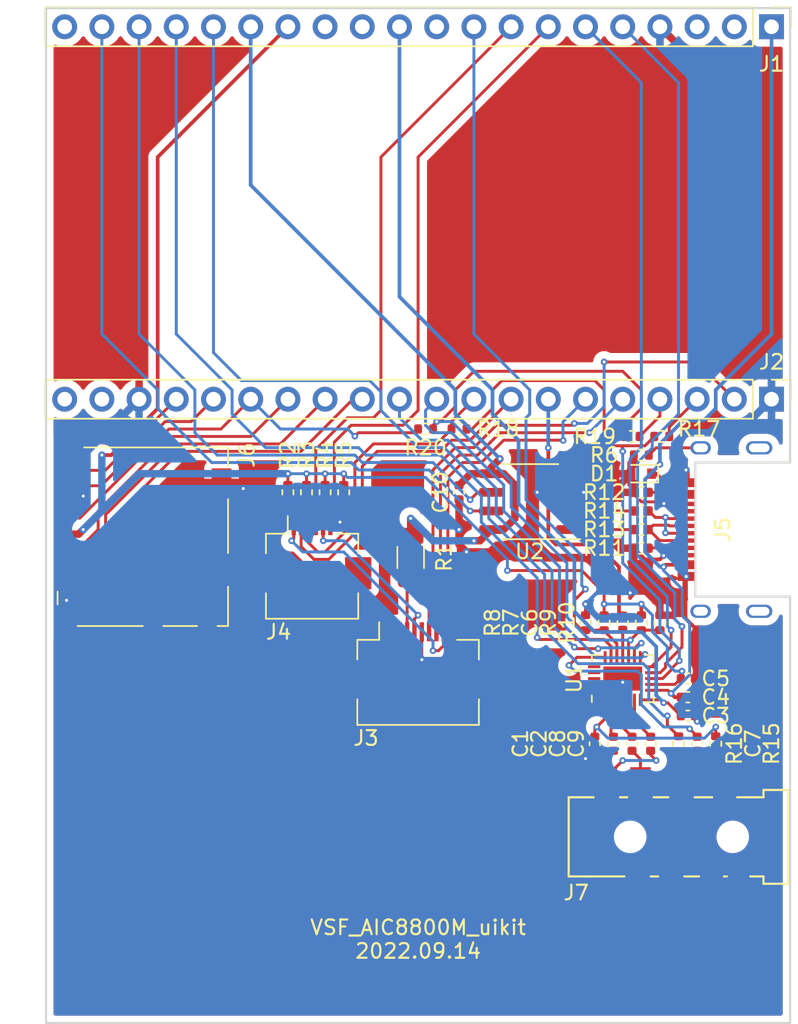
<source format=kicad_pcb>
(kicad_pcb (version 20211014) (generator pcbnew)
  (layers (0 "F.Cu" signal) (31 "B.Cu" signal) (34 "B.Paste" user) (35 "F.Paste" user) (36 "B.SilkS" user "B.Silkscreen") (37 "F.SilkS" user "F.Silkscreen") (38 "B.Mask" user) (39 "F.Mask" user) (44 "Edge.Cuts" user))
  (net 0 "")
  (net 1 "GND")
  (net 2 "/MIC_BIAS")
  (net 3 "Net-(C2-Pad2)")
  (net 4 "/V13")
  (net 5 "/I2S_DIN")
  (net 6 "/USB_5V")
  (net 7 "/I2S_BCK")
  (net 8 "/VCC")
  (net 9 "Net-(C6-Pad1)")
  (net 10 "/A5")
  (net 11 "/MIC1_P")
  (net 12 "Net-(C7-Pad2)")
  (net 13 "/HP_L+")
  (net 14 "Net-(C8-Pad2)")
  (net 15 "/HP_R+")
  (net 16 "Net-(C9-Pad2)")
  (net 17 "/V33")
  (net 18 "/USB_DM")
  (net 19 "/USB_DP")
  (net 20 "/AU_SDA")
  (net 21 "/AU_SCL")
  (net 22 "/B1")
  (net 23 "/B2")
  (net 24 "/AU_SLEEP")
  (net 25 "/PKEY")
  (net 26 "/V18")
  (net 27 "/V09")
  (net 28 "/B4")
  (net 29 "/AU_PWR")
  (net 30 "/B6")
  (net 31 "/B7")
  (net 32 "/VSYS")
  (net 33 "/A0")
  (net 34 "/A1")
  (net 35 "/A2")
  (net 36 "/A3")
  (net 37 "/A4")
  (net 38 "/A6")
  (net 39 "/A7")
  (net 40 "/A8")
  (net 41 "/A9")
  (net 42 "/A10")
  (net 43 "/A11")
  (net 44 "/A12")
  (net 45 "/A13")
  (net 46 "/A14")
  (net 47 "/A15")
  (net 48 "/DL")
  (net 49 "/PRST")
  (net 50 "/BL_A")
  (net 51 "Net-(J5-PadB5)")
  (net 52 "Net-(J5-PadA6)")
  (net 53 "Net-(J5-PadA5)")
  (net 54 "Net-(J5-PadA7)")
  (net 55 "Net-(J5-PadS1)")
  (net 57 "Net-(J7-Pad4)")
  (net 58 "Net-(R13-Pad1)")
  (net 59 "Net-(R14-Pad1)")
  (net 60 "/HP_L-")
  (net 61 "/HP_R-")
  (footprint "Capacitor_SMD:C_0402_1005Metric" (layer "F.Cu") (at 241.935 139.065 90)
    (fp_text reference "C2")
    (fp_text value "1uF" hide)
  )
  (footprint "Capacitor_SMD:C_0402_1005Metric" (layer "F.Cu") (at 242.57 130.81 90)
    (fp_text reference "C6")
    (fp_text value "2pF" hide)
  )
  (footprint "Resistor_SMD:R_0402_1005Metric" (layer "F.Cu") (at 243.84 124.46)
    (fp_text reference "R13")
    (fp_text value "22" hide)
  )
  (footprint "Connector_PinHeader_2.54mm:PinHeader_1x20_P2.54mm_Vertical" (layer "F.Cu") (at 252.73 90.17 -90)
    (fp_text reference "J1")
    (fp_text value "Conn_01x20" hide)
  )
  (footprint "Resistor_SMD:R_0402_1005Metric" (layer "F.Cu") (at 220.98 121.92 -90)
    (fp_text reference "R3")
    (fp_text value "4.7K" hide)
  )
  (footprint "Resistor_SMD:R_0402_1005Metric" (layer "F.Cu") (at 243.84 125.73)
    (fp_text reference "R11")
    (fp_text value "5.1K" hide)
  )
  (footprint "Resistor_SMD:R_0402_1005Metric" (layer "F.Cu") (at 223.52 121.92 -90)
    (fp_text reference "R5")
    (fp_text value "10K" hide)
  )
  (footprint "Resistor_SMD:R_0402_1005Metric" (layer "F.Cu") (at 243.205 118.11)
    (fp_text reference "R19")
    (fp_text value "0" hide)
  )
  (footprint "Capacitor_SMD:C_0402_1005Metric" (layer "F.Cu") (at 244.475 139.065 -90)
    (fp_text reference "C9")
    (fp_text value "2.2uF" hide)
  )
  (footprint "Resistor_SMD:R_1206_3216Metric" (layer "F.Cu") (at 228.092 126.365 90)
    (fp_text reference "R1")
    (fp_text value "NC" hide)
  )
  (footprint "VSF:USB_C_Receptacle_Palconn_UTC16-G_DOWN1.6" (layer "F.Cu") (at 249.4111 124.46 90)
    (fp_text reference "J5")
    (fp_text value "USB_C_Receptacle_USB2.0" hide)
  )
  (footprint "Resistor_SMD:R_0402_1005Metric" (layer "F.Cu") (at 243.84 123.19)
    (fp_text reference "R14")
    (fp_text value "22" hide)
  )
  (footprint "Resistor_SMD:R_0402_1005Metric" (layer "F.Cu") (at 248.92 139.065 90)
    (fp_text reference "R15")
    (fp_text value "2K" hide)
  )
  (footprint "VSF:Hirose_FH12-6S-0.5SH_1x06-1MP_P0.50mm_Horizontal_Reverse" (layer "F.Cu") (at 221.361 126.111)
    (fp_text reference "J4")
    (fp_text value "Conn_01x06" hide)
  )
  (footprint "Resistor_SMD:R_0402_1005Metric" (layer "F.Cu") (at 231.394 117.602 180)
    (fp_text reference "R18")
    (fp_text value "NC" hide)
  )
  (footprint "Resistor_SMD:R_0402_1005Metric" (layer "F.Cu") (at 246.38 139.065 90)
    (fp_text reference "R16")
    (fp_text value "2K" hide)
  )
  (footprint "Package_SO:SOP-8_3.9x4.9mm_P1.27mm" (layer "F.Cu") (at 236.22 122.555 180)
    (fp_text reference "U2")
    (fp_text value "CH340N" hide)
  )
  (footprint "Resistor_SMD:R_0402_1005Metric" (layer "F.Cu") (at 229.108 117.602 180)
    (fp_text reference "R20")
    (fp_text value "NC" hide)
  )
  (footprint "VSF:Hirose_FH12-10S-0.5SH_1x10-1MP_P0.50mm_Horizontal_Reverse" (layer "F.Cu") (at 228.6 133.35)
    (fp_text reference "J3")
    (fp_text value "Conn_01x10" hide)
  )
  (footprint "Capacitor_SMD:C_0402_1005Metric" (layer "F.Cu") (at 243.205 139.065 -90)
    (fp_text reference "C8")
    (fp_text value "2.2uF" hide)
  )
  (footprint "Diode_SMD:D_SOD-523" (layer "F.Cu") (at 243.84 120.65 180)
    (fp_text reference "D1")
    (fp_text value "LESD5Z5.0CT1G" hide)
  )
  (footprint "Resistor_SMD:R_0402_1005Metric" (layer "F.Cu") (at 222.25 121.92 -90)
    (fp_text reference "R4")
    (fp_text value "10K" hide)
  )
  (footprint "Package_DFN_QFN:QFN-24-1EP_3x4mm_P0.4mm_EP1.65x2.65mm" (layer "F.Cu") (at 242.57 134.62 90)
    (fp_text reference "U1")
    (fp_text value "AIC1000A" hide)
  )
  (footprint "Connector_Card:microSD_HC_Molex_104031-0811" (layer "F.Cu") (at 209.804 124.968 90)
    (fp_text reference "J6")
    (fp_text value "Micro_SD_Card_Det" hide)
  )
  (footprint "Resistor_SMD:R_0402_1005Metric" (layer "F.Cu") (at 245.235 118.11)
    (fp_text reference "R17")
    (fp_text value "0" hide)
  )
  (footprint "Capacitor_SMD:C_0402_1005Metric" (layer "F.Cu") (at 247.65 139.065 -90)
    (fp_text reference "C7")
    (fp_text value "0.1uF" hide)
  )
  (footprint "Capacitor_SMD:C_0402_1005Metric" (layer "F.Cu") (at 240.665 139.065 90)
    (fp_text reference "C1")
    (fp_text value "1uF" hide)
  )
  (footprint "Resistor_SMD:R_0402_1005Metric" (layer "F.Cu") (at 245.11 130.81 -90)
    (fp_text reference "R10")
    (fp_text value "30K" hide)
  )
  (footprint "VSF:PJ-393" (layer "F.Cu") (at 252.38 145.415 180)
    (fp_text reference "J7")
    (fp_text value "PJ-393-USA" hide)
  )
  (footprint "Connector_PinHeader_2.54mm:PinHeader_1x20_P2.54mm_Vertical" (layer "F.Cu") (at 252.73 115.57 -90)
    (fp_text reference "J2")
    (fp_text value "Conn_01x20" hide)
  )
  (footprint "Capacitor_SMD:C_0402_1005Metric" (layer "F.Cu") (at 231.394 121.92 -90)
    (fp_text reference "C10")
    (fp_text value "0.1uF" hide)
  )
  (footprint "Resistor_SMD:R_0402_1005Metric" (layer "F.Cu") (at 243.84 130.81 -90)
    (fp_text reference "R9")
    (fp_text value "30K" hide)
  )
  (footprint "Capacitor_SMD:C_0402_1005Metric" (layer "F.Cu") (at 247.015 134.62 180)
    (fp_text reference "C5")
    (fp_text value "0.1uF" hide)
  )
  (footprint "Capacitor_SMD:C_0402_1005Metric" (layer "F.Cu") (at 247.015 135.89 180)
    (fp_text reference "C4")
    (fp_text value "2.2uF" hide)
  )
  (footprint "Resistor_SMD:R_0402_1005Metric" (layer "F.Cu") (at 240.03 130.81 -90)
    (fp_text reference "R8")
    (fp_text value "30K" hide)
  )
  (footprint "Capacitor_SMD:C_0402_1005Metric" (layer "F.Cu") (at 247.015 137.16 180)
    (fp_text reference "C3")
    (fp_text value "0.1uF" hide)
  )
  (footprint "Resistor_SMD:R_0402_1005Metric" (layer "F.Cu") (at 219.71 121.92 -90)
    (fp_text reference "R2")
    (fp_text value "4.7K" hide)
  )
  (footprint "Resistor_SMD:R_0402_1005Metric" (layer "F.Cu") (at 243.84 119.38)
    (fp_text reference "R6")
    (fp_text value "0" hide)
  )
  (footprint "Resistor_SMD:R_0402_1005Metric" (layer "F.Cu") (at 243.84 121.92)
    (fp_text reference "R12")
    (fp_text value "5.1K" hide)
  )
  (footprint "Resistor_SMD:R_0402_1005Metric" (layer "F.Cu") (at 241.3 130.81 -90)
    (fp_text reference "R7")
    (fp_text value "30K" hide)
  )
  (gr_line (start 254 119.888) (end 247.523 119.888) (layer "Edge.Cuts") (width 0.15))
  (gr_line (start 254 88.9) (end 203.2 88.9) (layer "Edge.Cuts") (width 0.15))
  (gr_line (start 203.2 88.9) (end 203.2 158.115) (layer "Edge.Cuts") (width 0.15))
  (gr_line (start 203.2 158.115) (end 254 158.115) (layer "Edge.Cuts") (width 0.15))
  (gr_line (start 254 129.032) (end 254 158.115) (layer "Edge.Cuts") (width 0.15))
  (gr_line (start 247.523 129.032) (end 254 129.032) (layer "Edge.Cuts") (width 0.15))
  (gr_line (start 247.523 119.888) (end 247.523 129.032) (layer "Edge.Cuts") (width 0.15))
  (gr_line (start 254 88.9) (end 254 119.888) (layer "Edge.Cuts") (width 0.15))
  (gr_text "VSF_AIC8800M_uikit\n2022.09.14" (at 228.6 152.4) (layer "F.SilkS") (effects (font (size 1 1))))
  (segment (start 243.855 122.57) (end 245.26956 122.57) (width 0.2) (layer "F.Cu") (net 1))
  (segment (start 245.11 129.794) (end 244.094 128.778) (width 0.254) (layer "F.Cu") (net 1))
  (segment (start 205.907 119.213) (end 204.704 119.213) (width 0.508) (layer "F.Cu") (net 1))
  (segment (start 252.73 150.114) (end 252.73 140.208) (width 0.254) (layer "F.Cu") (net 1))
  (segment (start 216.234 121.238) (end 216.662 121.666) (width 0.508) (layer "F.Cu") (net 1))
  (segment (start 246.888 121.2469) (end 246.9011 121.26) (width 0.508) (layer "F.Cu") (net 1))
  (segment (start 228.854 133.33244) (end 230.12156 133.33244) (width 0.2) (layer "F.Cu") (net 1))
  (segment (start 248.68 148.915) (end 248.68 150.89) (width 0.254) (layer "F.Cu") (net 1))
  (segment (start 245.90956 123.21) (end 245.38156 122.682) (width 0.254) (layer "F.Cu") (net 1))
  (segment (start 228.07444 133.33244) (end 227.35 132.608) (width 0.2) (layer "F.Cu") (net 1))
  (segment (start 231.394 122.4) (end 231.394 124.46) (width 0.508) (layer "F.Cu") (net 1))
  (segment (start 252.73 115.57) (end 252.73 97.79) (width 0.508) (layer "F.Cu") (net 1))
  (segment (start 236.728 121.92) (end 236.22 122.428) (width 0.508) (layer "F.Cu") (net 1))
  (segment (start 246.888 120.396) (end 246.888 121.2469) (width 0.508) (layer "F.Cu") (net 1))
  (segment (start 231.394 124.46) (end 231.394 125.476) (width 0.508) (layer "F.Cu") (net 1))
  (segment (start 240.129 140.081) (end 240.665 139.545) (width 0.2) (layer "F.Cu") (net 1))
  (segment (start 243.33 120.84) (end 243.14 120.65) (width 0.2) (layer "F.Cu") (net 1))
  (segment (start 245.26956 122.57) (end 245.38156 122.682) (width 0.2) (layer "F.Cu") (net 1))
  (segment (start 222.85 123.952) (end 223.266 123.952) (width 0.254) (layer "F.Cu") (net 1))
  (segment (start 230.12156 133.33244) (end 230.85 132.604) (width 0.2) (layer "F.Cu") (net 1))
  (segment (start 246.9011 127.66) (end 246.8591 127.702) (width 0.254) (layer "F.Cu") (net 1))
  (segment (start 238.845 121.92) (end 239.903 121.92) (width 0.508) (layer "F.Cu") (net 1))
  (segment (start 228.854 133.33244) (end 228.07444 133.33244) (width 0.2) (layer "F.Cu") (net 1))
  (segment (start 245.11 126.492) (end 245.364 126.238) (width 0.254) (layer "F.Cu") (net 1))
  (segment (start 245.392 126.21) (end 245.364 126.238) (width 0.254) (layer "F.Cu") (net 1))
  (segment (start 249.682 137.16) (end 247.495 137.16) (width 0.254) (layer "F.Cu") (net 1))
  (segment (start 215.179 121.238) (end 216.234 121.238) (width 0.508) (layer "F.Cu") (net 1))
  (segment (start 215.179 127.208) (end 207.804 127.208) (width 0.508) (layer "F.Cu") (net 1))
  (segment (start 252.73 140.208) (end 249.682 137.16) (width 0.254) (layer "F.Cu") (net 1))
  (segment (start 240.03 140.081) (end 240.129 140.081) (width 0.2) (layer "F.Cu") (net 1))
  (segment (start 242.57 134.62) (end 242.57 134.874) (width 0.2) (layer "F.Cu") (net 1))
  (segment (start 243.33 121.92) (end 243.33 122.045) (width 0.2) (layer "F.Cu") (net 1))
  (segment (start 247.495 137.16) (end 247.495 135.89) (width 0.254) (layer "F.Cu") (net 1))
  (segment (start 245.11 130.3) (end 245.11 129.794) (width 0.254) (layer "F.Cu") (net 1))
  (segment (start 249.428 151.638) (end 251.206 151.638) (width 0.254) (layer "F.Cu") (net 1))
  (segment (start 207.804 127.208) (end 204.479 130.533) (width 0.508) (layer "F.Cu") (net 1))
  (segment (start 244.094 126.492) (end 245.11 126.492) (width 0.254) (layer "F.Cu") (net 1))
  (segment (start 243.33 125.73) (end 243.332 125.73) (width 0.254) (layer "F.Cu") (net 1))
  (segment (start 247.495 131.163) (end 247.495 134.62) (width 0.254) (layer "F.Cu") (net 1))
  (segment (start 234.95 125.984) (end 231.902 125.984) (width 0.508) (layer "F.Cu") (net 1))
  (segment (start 243.33 122.045) (end 243.855 122.57) (width 0.2) (layer "F.Cu") (net 1))
  (segment (start 246.8591 130.5271) (end 247.495 131.163) (width 0.254) (layer "F.Cu") (net 1))
  (segment (start 243.33 120.46) (end 243.14 120.65) (width 0.2) (layer "F.Cu") (net 1))
  (segment (start 241.87 121.92) (end 239.903 121.92) (width 0.508) (layer "F.Cu") (net 1))
  (segment (start 228.85 133.32844) (end 228.85 131.43) (width 0.2) (layer "F.Cu") (net 1))
  (segment (start 215.179 127.208) (end 215.179 121.238) (width 0.508) (layer "F.Cu") (net 1))
  (segment (start 246.9011 126.21) (end 245.392 126.21) (width 0.254) (layer "F.Cu") (net 1))
  (segment (start 240.03 130.3) (end 240.03 129.54) (width 0.2) (layer "F.Cu") (net 1))
  (segment (start 246.9011 123.21) (end 245.90956 123.21) (width 0.254) (layer "F.Cu") (net 1))
  (segment (start 246.632 130.3) (end 245.11 130.3) (width 0.254) (layer "F.Cu") (net 1))
  (segment (start 241.87 121.92) (end 243.14 120.65) (width 0.508) (layer "F.Cu") (net 1))
  (segment (start 243.332 125.73) (end 244.094 126.492) (width 0.254) (layer "F.Cu") (net 1))
  (segment (start 230.85 132.604) (end 230.85 131.43) (width 0.2) (layer "F.Cu") (net 1))
  (segment (start 236.22 122.428) (end 236.22 124.714) (width 0.508) (layer "F.Cu") (net 1))
  (segment (start 240.665 139.545) (end 241.935 139.545) (width 0.2) (layer "F.Cu") (net 1))
  (segment (start 205.341 122.573) (end 205.74 122.174) (width 0.508) (layer "F.Cu") (net 1))
  (segment (start 204.354 122.573) (end 205.341 122.573) (width 0.508) (layer "F.Cu") (net 1))
  (segment (start 246.8591 127.702) (end 246.8591 130.5271) (width 0.254) (layer "F.Cu") (net 1))
  (segment (start 247.495 137.386) (end 247.65 137.541) (width 0.254) (layer "F.Cu") (net 1))
  (segment (start 251.206 151.638) (end 252.73 150.114) (width 0.254) (layer "F.Cu") (net 1))
  (segment (start 227.35 132.608) (end 227.35 131.43) (width 0.2) (layer "F.Cu") (net 1))
  (segment (start 204.479 130.533) (end 204.479 129.404) (width 0.508) (layer "F.Cu") (net 1))
  (segment (start 244.094 128.778) (end 243.078 128.778) (width 0.254) (layer "F.Cu") (net 1))
  (segment (start 209.55 115.57) (end 205.907 119.213) (width 0.508) (layer "F.Cu") (net 1))
  (segment (start 222.611 124.191) (end 222.85 123.952) (width 0.254) (layer "F.Cu") (net 1))
  (segment (start 236.22 124.714) (end 234.95 125.984) (width 0.508) (layer "F.Cu") (net 1))
  (segment (start 243.33 121.92) (end 243.33 120.84) (width 0.2) (layer "F.Cu") (net 1))
  (segment (start 204.479 129.404) (end 204.597 129.286) (width 0.508) (layer "F.Cu") (net 1))
  (segment (start 246.8591 130.5271) (end 246.632 130.3) (width 0.254) (layer "F.Cu") (net 1))
  (segment (start 228.854 133.33244) (end 228.85 133.32844) (width 0.2) (layer "F.Cu") (net 1))
  (segment (start 247.495 134.62) (end 247.495 135.89) (width 0.254) (layer "F.Cu") (net 1))
  (segment (start 248.68 150.89) (end 249.428 151.638) (width 0.254) (layer "F.Cu") (net 1))
  (segment (start 252.73 97.79) (end 245.11 90.17) (width 0.508) (layer "F.Cu") (net 1))
  (segment (start 243.33 119.38) (end 243.33 120.46) (width 0.2) (layer "F.Cu") (net 1))
  (segment (start 247.495 137.16) (end 247.495 137.386) (width 0.254) (layer "F.Cu") (net 1))
  (segment (start 231.394 125.476) (end 231.902 125.984) (width 0.508) (layer "F.Cu") (net 1))
  (via (at 246.9011 127.66) (size 0.45212) (drill 0.2032) (layers "F.Cu" "B.Cu") (net 1))
  (via (at 228.854 133.33244) (size 0.45212) (drill 0.2032) (layers "F.Cu" "B.Cu") (net 1))
  (via (at 243.078 128.778) (size 0.45212) (drill 0.2032) (layers "F.Cu" "B.Cu") (net 1))
  (via (at 205.74 122.174) (size 0.45212) (drill 0.2032) (layers "F.Cu" "B.Cu") (net 1))
  (via (at 239.903 121.92) (size 0.45212) (drill 0.2032) (layers "F.Cu" "B.Cu") (net 1))
  (via (at 231.394 124.46) (size 0.45212) (drill 0.2032) (layers "F.Cu" "B.Cu") (net 1))
  (via (at 216.662 121.666) (size 0.45212) (drill 0.2032) (layers "F.Cu" "B.Cu") (net 1))
  (via (at 240.03 140.081) (size 0.45212) (drill 0.2032) (layers "F.Cu" "B.Cu") (net 1))
  (via (at 245.364 126.238) (size 0.45212) (drill 0.2032) (layers "F.Cu" "B.Cu") (net 1))
  (via (at 204.597 129.286) (size 0.45212) (drill 0.2032) (layers "F.Cu" "B.Cu") (net 1))
  (via (at 242.57 134.874) (size 0.45212) (drill 0.2032) (layers "F.Cu" "B.Cu") (net 1))
  (via (at 223.266 123.952) (size 0.45212) (drill 0.2032) (layers "F.Cu" "B.Cu") (net 1))
  (via (at 247.65 137.541) (size 0.45212) (drill 0.2032) (layers "F.Cu" "B.Cu") (net 1))
  (via (at 231.902 125.984) (size 0.45212) (drill 0.2032) (layers "F.Cu" "B.Cu") (net 1))
  (via (at 245.38156 122.682) (size 0.45212) (drill 0.2032) (layers "F.Cu" "B.Cu") (net 1))
  (via (at 246.888 120.396) (size 0.45212) (drill 0.2032) (layers "F.Cu" "B.Cu") (net 1))
  (via (at 236.728 121.92) (size 0.45212) (drill 0.2032) (layers "F.Cu" "B.Cu") (net 1))
  (via (at 240.03 129.54) (size 0.45212) (drill 0.2032) (layers "F.Cu" "B.Cu") (net 1))
  (segment (start 245.364 126.238) (end 245.618 126.238) (width 0.254) (layer "B.Cu") (net 1))
  (segment (start 228.91662 133.39506) (end 228.854 133.33244) (width 0.508) (layer "B.Cu") (net 1))
  (segment (start 231.394 124.46) (end 229.616 122.682) (width 0.508) (layer "B.Cu") (net 1))
  (segment (start 251.46 138.176) (end 251.46 140.208) (width 0.2) (layer "B.Cu") (net 1))
  (segment (start 246.126 119.634) (end 246.888 120.396) (width 0.508) (layer "B.Cu") (net 1))
  (segment (start 246.9011 127.5211) (end 246.9011 127.66) (width 0.254) (layer "B.Cu") (net 1))
  (segment (start 241.173 141.224) (end 240.03 140.081) (width 0.2) (layer "B.Cu") (net 1))
  (segment (start 239.522 136.144) (end 239.522 139.573) (width 0.2) (layer "B.Cu") (net 1))
  (segment (start 245.618 126.238) (end 246.9011 127.5211) (width 0.254) (layer "B.Cu") (net 1))
  (segment (start 231.902 132.334) (end 230.84094 133.39506) (width 0.508) (layer "B.Cu") (net 1))
  (segment (start 240.792 128.778) (end 240.03 129.54) (width 0.254) (layer "B.Cu") (net 1))
  (segment (start 243.078 128.778) (end 240.792 128.778) (width 0.254) (layer "B.Cu") (net 1))
  (segment (start 245.38156 121.90244) (end 246.888 120.396) (width 0.254) (layer "B.Cu") (net 1))
  (segment (start 250.444 117.856) (end 246.888 117.856) (width 0.508) (layer "B.Cu") (net 1))
  (segment (start 224.536 122.682) (end 223.266 123.952) (width 0.508) (layer "B.Cu") (net 1))
  (segment (start 250.19 136.906) (end 251.46 138.176) (width 0.2) (layer "B.Cu") (net 1))
  (segment (start 245.38156 122.682) (end 246.89678 124.19722) (width 0.254) (layer "B.Cu") (net 1))
  (segment (start 229.616 122.682) (end 224.536 122.682) (width 0.508) (layer "B.Cu") (net 1))
  (segment (start 239.522 139.573) (end 240.03 140.081) (width 0.2) (layer "B.Cu") (net 1))
  (segment (start 204.597 129.286) (end 204.597 123.317) (width 0.508) (layer "B.Cu") (net 1))
  (segment (start 236.728 121.92) (end 239.903 121.92) (width 0.508) (layer "B.Cu") (net 1))
  (segment (start 205.74 122.174) (end 205.74 119.38) (width 0.508) (layer "B.Cu") (net 1))
  (segment (start 216.662 121.666) (end 218.948 123.952) (width 0.508) (layer "B.Cu") (net 1))
  (segment (start 251.46 140.208) (end 250.444 141.224) (width 0.2) (layer "B.Cu") (net 1))
  (segment (start 242.57 134.874) (end 240.792 134.874) (width 0.2) (layer "B.Cu") (net 1))
  (segment (start 231.902 125.984) (end 231.902 132.334) (width 0.508) (layer "B.Cu") (net 1))
  (segment (start 230.84094 133.39506) (end 228.91662 133.39506) (width 0.508) (layer "B.Cu") (net 1))
  (segment (start 204.597 123.317) (end 205.74 122.174) (width 0.508) (layer "B.Cu") (net 1))
  (segment (start 248.285 136.906) (end 250.19 136.906) (width 0.2) (layer "B.Cu") (net 1))
  (segment (start 246.89678 124.42502) (end 246.89678 124.19722) (width 0.254) (layer "B.Cu") (net 1))
  (segment (start 246.9011 127.66) (end 246.9011 124.42934) (width 0.254) (layer "B.Cu") (net 1))
  (segment (start 240.792 134.874) (end 239.522 136.144) (width 0.2) (layer "B.Cu") (net 1))
  (segment (start 205.74 119.38) (end 209.55 115.57) (width 0.508) (layer "B.Cu") (net 1))
  (segment (start 218.948 123.952) (end 223.266 123.952) (width 0.508) (layer "B.Cu") (net 1))
  (segment (start 246.888 117.856) (end 246.126 118.618) (width 0.508) (layer "B.Cu") (net 1))
  (segment (start 246.126 118.618) (end 246.126 119.634) (width 0.508) (layer "B.Cu") (net 1))
  (segment (start 245.38156 122.682) (end 245.38156 121.90244) (width 0.254) (layer "B.Cu") (net 1))
  (segment (start 252.73 115.57) (end 250.444 117.856) (width 0.508) (layer "B.Cu") (net 1))
  (segment (start 246.9011 124.42934) (end 246.89678 124.42502) (width 0.254) (layer "B.Cu") (net 1))
  (segment (start 247.65 137.541) (end 248.285 136.906) (width 0.2) (layer "B.Cu") (net 1))
  (segment (start 250.444 141.224) (end 241.173 141.224) (width 0.2) (layer "B.Cu") (net 1))
  (segment (start 240.665 138.585) (end 240.665 138.049) (width 0.2) (layer "F.Cu") (net 2))
  (segment (start 241.37 137.344) (end 240.792 137.922) (width 0.2) (layer "F.Cu") (net 2))
  (segment (start 248.92 137.922) (end 248.92 138.555) (width 0.2) (layer "F.Cu") (net 2))
  (segment (start 240.665 138.049) (end 240.792 137.922) (width 0.2) (layer "F.Cu") (net 2))
  (segment (start 241.37 136.07) (end 241.37 137.344) (width 0.2) (layer "F.Cu") (net 2))
  (via (at 240.792 137.922) (size 0.45212) (drill 0.2032) (layers "F.Cu" "B.Cu") (net 2))
  (via (at 248.92 137.922) (size 0.45212) (drill 0.2032) (layers "F.Cu" "B.Cu") (net 2))
  (segment (start 241.046 138.176) (end 241.554 138.684) (width 0.2) (layer "B.Cu") (net 2))
  (segment (start 248.158 138.684) (end 248.92 137.922) (width 0.2) (layer "B.Cu") (net 2))
  (segment (start 240.792 137.922) (end 241.046 138.176) (width 0.2) (layer "B.Cu") (net 2))
  (segment (start 241.554 138.684) (end 248.158 138.684) (width 0.2) (layer "B.Cu") (net 2))
  (segment (start 241.77 138.42) (end 241.935 138.585) (width 0.2) (layer "F.Cu") (net 3))
  (segment (start 241.77 136.07) (end 241.77 138.42) (width 0.2) (layer "F.Cu") (net 3))
  (segment (start 245.646 136.271) (end 246.535 137.16) (width 0.2) (layer "F.Cu") (net 4))
  (segment (start 245.364 136.271) (end 245.646 136.271) (width 0.2) (layer "F.Cu") (net 4))
  (segment (start 243.77 136.07) (end 245.163 136.07) (width 0.2) (layer "F.Cu") (net 4))
  (segment (start 245.163 136.07) (end 245.364 136.271) (width 0.2) (layer "F.Cu") (net 4))
  (via (at 245.364 136.271) (size 0.45212) (drill 0.2032) (layers "F.Cu" "B.Cu") (net 4))
  (segment (start 240.665 131.445) (end 243.860145 131.445) (width 0.254) (layer "B.Cu") (net 4))
  (segment (start 239.268 130.048) (end 240.665 131.445) (width 0.254) (layer "B.Cu") (net 4))
  (segment (start 239.268 126.492) (end 239.268 130.048) (width 0.254) (layer "B.Cu") (net 4))
  (segment (start 235.458 122.682) (end 239.268 126.492) (width 0.254) (layer "B.Cu") (net 4))
  (segment (start 233.68 114.935) (end 233.68 116.586) (width 0.254) (layer "B.Cu") (net 4))
  (segment (start 235.458 118.364) (end 235.458 122.682) (width 0.254) (layer "B.Cu") (net 4))
  (segment (start 227.33 90.17) (end 227.33 108.585) (width 0.254) (layer "B.Cu") (net 4))
  (segment (start 244.856 132.440855) (end 244.856 135.763) (width 0.254) (layer "B.Cu") (net 4))
  (segment (start 233.68 116.586) (end 235.458 118.364) (width 0.254) (layer "B.Cu") (net 4))
  (segment (start 243.860145 131.445) (end 244.856 132.440855) (width 0.254) (layer "B.Cu") (net 4))
  (segment (start 244.856 135.763) (end 245.364 136.271) (width 0.254) (layer "B.Cu") (net 4))
  (segment (start 227.33 108.585) (end 233.68 114.935) (width 0.254) (layer "B.Cu") (net 4))
  (segment (start 230.124 117.094) (end 229.87 117.094) (width 0.2) (layer "F.Cu") (net 5))
  (segment (start 229.618 117.602) (end 229.618 117.346) (width 0.2) (layer "F.Cu") (net 5))
  (segment (start 231.14 114.935) (end 231.14 116.08) (width 0.2) (layer "F.Cu") (net 5))
  (segment (start 232.41 113.665) (end 231.14 114.935) (width 0.2) (layer "F.Cu") (net 5))
  (segment (start 231.14 116.08) (end 231.138 116.08) (width 0.2) (layer "F.Cu") (net 5))
  (segment (start 243.77312 131.32) (end 243.09556 131.99756) (width 0.2) (layer "F.Cu") (net 5))
  (segment (start 242.695 118.11) (end 242.695 117.35) (width 0.2) (layer "F.Cu") (net 5))
  (segment (start 242.695 117.35) (end 243.84 116.205) (width 0.2) (layer "F.Cu") (net 5))
  (segment (start 243.84 116.205) (end 243.84 114.935) (width 0.2) (layer "F.Cu") (net 5))
  (segment (start 245.11 131.32) (end 243.84 131.32) (width 0.2) (layer "F.Cu") (net 5))
  (segment (start 242.97 132.12312) (end 243.09556 131.99756) (width 0.2) (layer "F.Cu") (net 5))
  (segment (start 242.97 132.19) (end 242.97 132.12312) (width 0.2) (layer "F.Cu") (net 5))
  (segment (start 242.97 133.17) (end 242.97 132.19) (width 0.2) (layer "F.Cu") (net 5))
  (segment (start 243.84 114.935) (end 242.57 113.665) (width 0.2) (layer "F.Cu") (net 5))
  (segment (start 229.618 117.346) (end 229.87 117.094) (width 0.2) (layer "F.Cu") (net 5))
  (segment (start 243.84 131.32) (end 243.77312 131.32) (width 0.2) (layer "F.Cu") (net 5))
  (segment (start 231.138 116.08) (end 230.124 117.094) (width 0.2) (layer "F.Cu") (net 5))
  (segment (start 242.57 113.665) (end 232.41 113.665) (width 0.2) (layer "F.Cu") (net 5))
  (via (at 229.87 117.094) (size 0.45212) (drill 0.2032) (layers "F.Cu" "B.Cu") (net 5))
  (via (at 243.09556 131.99756) (size 0.45212) (drill 0.2032) (layers "F.Cu" "B.Cu") (net 5))
  (segment (start 243.09556 131.99756) (end 240.32856 131.99756) (width 0.2) (layer "B.Cu") (net 5))
  (segment (start 230.886 117.094) (end 229.87 117.094) (width 0.2) (layer "B.Cu") (net 5))
  (segment (start 238.76 130.429) (end 238.76 126.746) (width 0.2) (layer "B.Cu") (net 5))
  (segment (start 234.95 122.936) (end 234.95 121.158) (width 0.2) (layer "B.Cu") (net 5))
  (segment (start 238.76 126.746) (end 234.95 122.936) (width 0.2) (layer "B.Cu") (net 5))
  (segment (start 240.32856 131.99756) (end 238.76 130.429) (width 0.2) (layer "B.Cu") (net 5))
  (segment (start 234.95 121.158) (end 230.886 117.094) (width 0.2) (layer "B.Cu") (net 5))
  (segment (start 246.126 135.89) (end 245.872 135.636) (width 0.254) (layer "F.Cu") (net 6))
  (segment (start 246.535 135.89) (end 246.126 135.89) (width 0.254) (layer "F.Cu") (net 6))
  (segment (start 246.9011 122.06) (end 246.266 122.06) (width 0.254) (layer "F.Cu") (net 6))
  (segment (start 244.54 120.65) (end 244.54 120.585) (width 0.254) (layer "F.Cu") (net 6))
  (segment (start 245.364 127) (end 245.504 126.86) (width 0.254) (layer "F.Cu") (net 6))
  (segment (start 245.656 135.42) (end 245.872 135.636) (width 0.2) (layer "F.Cu") (net 6))
  (segment (start 244.52 135.42) (end 245.656 135.42) (width 0.2) (layer "F.Cu") (net 6))
  (segment (start 246.266 122.06) (end 244.856 120.65) (width 0.254) (layer "F.Cu") (net 6))
  (segment (start 245.504 126.86) (end 246.9011 126.86) (width 0.254) (layer "F.Cu") (net 6))
  (segment (start 244.54 120.585) (end 245.11 120.015) (width 0.254) (layer "F.Cu") (net 6))
  (segment (start 244.856 120.65) (end 244.54 120.65) (width 0.254) (layer "F.Cu") (net 6))
  (via (at 245.872 135.636) (size 0.45212) (drill 0.2032) (layers "F.Cu" "B.Cu") (net 6))
  (via (at 245.11 120.015) (size 0.45212) (drill 0.2032) (layers "F.Cu" "B.Cu") (net 6))
  (via (at 245.364 127) (size 0.45212) (drill 0.2032) (layers "F.Cu" "B.Cu") (net 6))
  (segment (start 247.142 134.366) (end 245.872 135.636) (width 0.2) (layer "B.Cu") (net 6))
  (segment (start 244.094 121.031) (end 244.094 125.984) (width 0.254) (layer "B.Cu") (net 6))
  (segment (start 247.142 130.83278) (end 247.142 134.366) (width 0.2) (layer "B.Cu") (net 6))
  (segment (start 246.634 130.32478) (end 247.142 130.83278) (width 0.2) (layer "B.Cu") (net 6))
  (segment (start 246.6975 117.0305) (end 248.0945 117.0305) (width 0.254) (layer "B.Cu") (net 6))
  (segment (start 252.73 90.17) (end 252.73 111.125) (width 0.254) (layer "B.Cu") (net 6))
  (segment (start 245.11 120.015) (end 244.094 121.031) (width 0.254) (layer "B.Cu") (net 6))
  (segment (start 245.364 127.254) (end 246.634 128.524) (width 0.2) (layer "B.Cu") (net 6))
  (segment (start 245.11 127) (end 245.364 127) (width 0.254) (layer "B.Cu") (net 6))
  (segment (start 248.921449 114.933551) (end 248.921449 116.203551) (width 0.254) (layer "B.Cu") (net 6))
  (segment (start 246.634 128.524) (end 246.634 130.32478) (width 0.2) (layer "B.Cu") (net 6))
  (segment (start 245.364 127) (end 245.364 127.254) (width 0.2) (layer "B.Cu") (net 6))
  (segment (start 244.094 125.984) (end 245.11 127) (width 0.254) (layer "B.Cu") (net 6))
  (segment (start 245.11 120.015) (end 245.11 118.618) (width 0.254) (layer "B.Cu") (net 6))
  (segment (start 252.73 111.125) (end 248.921449 114.933551) (width 0.254) (layer "B.Cu") (net 6))
  (segment (start 245.11 118.618) (end 246.6975 117.0305) (width 0.254) (layer "B.Cu") (net 6))
  (segment (start 248.921449 116.203551) (end 248.0945 117.0305) (width 0.254) (layer "B.Cu") (net 6))
  (segment (start 244.09 118.745) (end 244.725 118.11) (width 0.2) (layer "F.Cu") (net 7))
  (segment (start 241.3 118.11) (end 241.935 118.745) (width 0.2) (layer "F.Cu") (net 7))
  (segment (start 232.283 117.602) (end 233.68 116.205) (width 0.2) (layer "F.Cu") (net 7))
  (segment (start 246.434128 133.404128) (end 245.891 133.947256) (width 0.2) (layer "F.Cu") (net 7))
  (segment (start 233.68 116.205) (end 233.68 114.935) (width 0.2) (layer "F.Cu") (net 7))
  (segment (start 234.315 114.3) (end 240.665 114.3) (width 0.2) (layer "F.Cu") (net 7))
  (segment (start 241.3 114.935) (end 241.3 118.11) (width 0.2) (layer "F.Cu") (net 7))
  (segment (start 245.891 134.023686) (end 245.294686 134.62) (width 0.2) (layer "F.Cu") (net 7))
  (segment (start 231.904 117.602) (end 232.283 117.602) (width 0.2) (layer "F.Cu") (net 7))
  (segment (start 242.57 118.872) (end 242.57 119.126) (width 0.2) (layer "F.Cu") (net 7))
  (segment (start 242.443 118.745) (end 244.09 118.745) (width 0.2) (layer "F.Cu") (net 7))
  (segment (start 245.891 133.947256) (end 245.891 134.023686) (width 0.2) (layer "F.Cu") (net 7))
  (segment (start 233.68 114.935) (end 234.315 114.3) (width 0.2) (layer "F.Cu") (net 7))
  (segment (start 242.443 118.745) (end 242.57 118.872) (width 0.2) (layer "F.Cu") (net 7))
  (segment (start 241.935 118.745) (end 242.443 118.745) (width 0.2) (layer "F.Cu") (net 7))
  (segment (start 240.665 114.3) (end 241.3 114.935) (width 0.2) (layer "F.Cu") (net 7))
  (segment (start 245.294686 134.62) (end 244.52 134.62) (width 0.2) (layer "F.Cu") (net 7))
  (via (at 242.57 119.126) (size 0.45212) (drill 0.2032) (layers "F.Cu" "B.Cu") (net 7))
  (via (at 246.434128 133.404128) (size 0.45212) (drill 0.2032) (layers "F.Cu" "B.Cu") (net 7))
  (segment (start 246.434128 132.642128) (end 246.434128 133.404128) (width 0.2) (layer "B.Cu") (net 7))
  (segment (start 245.11 129.286) (end 245.11 131.318) (width 0.2) (layer "B.Cu") (net 7))
  (segment (start 242.57 119.126) (end 242.57 126.746) (width 0.2) (layer "B.Cu") (net 7))
  (segment (start 242.57 126.746) (end 245.11 129.286) (width 0.2) (layer "B.Cu") (net 7))
  (segment (start 245.11 131.318) (end 246.434128 132.642128) (width 0.2) (layer "B.Cu") (net 7))
  (segment (start 234.696 127.254) (end 239.776 127.254) (width 0.2) (layer "F.Cu") (net 8))
  (segment (start 220.98 121.41) (end 220.98 120.65) (width 0.2) (layer "F.Cu") (net 8))
  (segment (start 246.535 134.194479) (end 246.61602 134.113459) (width 0.2) (layer "F.Cu") (net 8))
  (segment (start 222.25 121.41) (end 222.25 120.65) (width 0.2) (layer "F.Cu") (net 8))
  (segment (start 243.84 129.54) (end 243.84 130.3) (width 0.254) (layer "F.Cu") (net 8))
  (segment (start 230.35 131.43) (end 230.35 132.362) (width 0.2) (layer "F.Cu") (net 8))
  (segment (start 218.948 122.172) (end 219.71 121.41) (width 0.2) (layer "F.Cu") (net 8))
  (segment (start 220.111 124.191) (end 220.111 125.075) (width 0.2) (layer "F.Cu") (net 8))
  (segment (start 205.427 124.773) (end 205.74 124.46) (width 0.508) (layer "F.Cu") (net 8))
  (segment (start 229.997 132.715) (end 229.616 132.715) (width 0.2) (layer "F.Cu") (net 8))
  (segment (start 223.52 121.41) (end 223.52 120.65) (width 0.2) (layer "F.Cu") (net 8))
  (segment (start 244.52 135.02) (end 246.135 135.02) (width 0.2) (layer "F.Cu") (net 8))
  (segment (start 218.948 122.936) (end 218.948 122.172) (width 0.2) (layer "F.Cu") (net 8))
  (segment (start 241.3 128.778) (end 241.3 129.54) (width 0.2) (layer "F.Cu") (net 8))
  (segment (start 246.535 134.62) (end 246.535 134.194479) (width 0.2) (layer "F.Cu") (net 8))
  (segment (start 210.82 99.06) (end 210.82 116.205) (width 0.254) (layer "F.Cu") (net 8))
  (segment (start 219.71 121.41) (end 219.71 120.65) (width 0.2) (layer "F.Cu") (net 8))
  (segment (start 207.645 119.38) (end 207.01 119.38) (width 0.254) (layer "F.Cu") (net 8))
  (segment (start 204.354 124.773) (end 205.427 124.773) (width 0.508) (layer "F.Cu") (net 8))
  (segment (start 219.71 90.17) (end 210.82 99.06) (width 0.254) (layer "F.Cu") (net 8))
  (segment (start 230.35 132.362) (end 229.997 132.715) (width 0.2) (layer "F.Cu") (net 8))
  (segment (start 220.111 125.075) (end 219.964 125.222) (width 0.2) (layer "F.Cu") (net 8))
  (segment (start 241.3 130.3) (end 241.3 129.54) (width 0.2) (layer "F.Cu") (net 8))
  (segment (start 220.111 124.191) (end 220.111 124.099) (width 0.2) (layer "F.Cu") (net 8))
  (segment (start 239.776 127.254) (end 241.3 128.778) (width 0.2) (layer "F.Cu") (net 8))
  (segment (start 210.82 116.205) (end 207.645 119.38) (width 0.254) (layer "F.Cu") (net 8))
  (segment (start 246.135 135.02) (end 246.535 134.62) (width 0.2) (layer "F.Cu") (net 8))
  (segment (start 220.111 124.099) (end 218.948 122.936) (width 0.2) (layer "F.Cu") (net 8))
  (via (at 219.964 125.222) (size 0.45212) (drill 0.2032) (layers "F.Cu" "B.Cu") (net 8))
  (via (at 241.3 129.54) (size 0.45212) (drill 0.2032) (layers "F.Cu" "B.Cu") (net 8))
  (via (at 243.84 129.54) (size 0.45212) (drill 0.2032) (layers "F.Cu" "B.Cu") (net 8))
  (via (at 205.74 124.46) (size 0.45212) (drill 0.2032) (layers "F.Cu" "B.Cu") (net 8))
  (via (at 246.61602 134.113459) (size 0.45212) (drill 0.2032) (layers "F.Cu" "B.Cu") (net 8))
  (via (at 234.696 127.254) (size 0.45212) (drill 0.2032) (layers "F.Cu" "B.Cu") (net 8))
  (via (at 219.71 120.65) (size 0.45212) (drill 0.2032) (layers "F.Cu" "B.Cu") (net 8))
  (via (at 207.01 119.38) (size 0.45212) (drill 0.2032) (layers "F.Cu" "B.Cu") (net 8))
  (via (at 223.52 120.65) (size 0.45212) (drill 0.2032) (layers "F.Cu" "B.Cu") (net 8))
  (via (at 229.616 132.715) (size 0.45212) (drill 0.2032) (layers "F.Cu" "B.Cu") (net 8))
  (via (at 220.98 120.65) (size 0.45212) (drill 0.2032) (layers "F.Cu" "B.Cu") (net 8))
  (via (at 222.25 120.65) (size 0.45212) (drill 0.2032) (layers "F.Cu" "B.Cu") (net 8))
  (segment (start 219.964 125.222) (end 220.726 125.984) (width 0.2) (layer "B.Cu") (net 8))
  (segment (start 234.696 126.492) (end 234.696 127.254) (width 0.2) (layer "B.Cu") (net 8))
  (segment (start 207.01 123.19) (end 207.01 119.38) (width 0.508) (layer "B.Cu") (net 8))
  (segment (start 244.602 131.445) (end 245.618 132.461) (width 0.2) (layer "B.Cu") (net 8))
  (segment (start 245.618 132.461) (end 245.618 133.604) (width 0.2) (layer "B.Cu") (net 8))
  (segment (start 229.108 120.904) (end 223.774 120.904) (width 0.2) (layer "B.Cu") (net 8))
  (segment (start 209.55 120.65) (end 219.71 120.65) (width 0.508) (layer "B.Cu") (net 8))
  (segment (start 220.726 125.984) (end 223.52 125.984) (width 0.2) (layer "B.Cu") (net 8))
  (segment (start 205.74 124.46) (end 207.01 123.19) (width 0.508) (layer "B.Cu") (net 8))
  (segment (start 222.25 120.65) (end 220.98 120.65) (width 0.2) (layer "B.Cu") (net 8))
  (segment (start 223.774 120.904) (end 223.52 120.65) (width 0.2) (layer "B.Cu") (net 8))
  (segment (start 223.52 120.65) (end 222.25 120.65) (width 0.2) (layer "B.Cu") (net 8))
  (segment (start 243.84 129.54) (end 244.602 130.302) (width 0.2) (layer "B.Cu") (net 8))
  (segment (start 220.98 120.65) (end 219.71 120.65) (width 0.2) (layer "B.Cu") (net 8))
  (segment (start 245.618 133.604) (end 246.127459 134.113459) (width 0.2) (layer "B.Cu") (net 8))
  (segment (start 244.602 130.302) (end 244.602 131.445) (width 0.2) (layer "B.Cu") (net 8))
  (segment (start 243.84 129.54) (end 241.3 129.54) (width 0.2) (layer "B.Cu") (net 8))
  (segment (start 246.127459 134.113459) (end 246.61602 134.113459) (width 0.2) (layer "B.Cu") (net 8))
  (segment (start 223.52 125.984) (end 229.616 132.08) (width 0.2) (layer "B.Cu") (net 8))
  (segment (start 205.74 124.46) (end 209.55 120.65) (width 0.508) (layer "B.Cu") (net 8))
  (segment (start 229.616 132.08) (end 229.616 132.715) (width 0.2) (layer "B.Cu") (net 8))
  (segment (start 234.696 126.492) (end 229.108 120.904) (width 0.2) (layer "B.Cu") (net 8))
  (segment (start 242.57 133.17) (end 242.57 131.29) (width 0.2) (layer "F.Cu") (net 9))
  (segment (start 242.316 127) (end 242.316 130.076) (width 0.254) (layer "F.Cu") (net 10))
  (segment (start 237.49 124.968) (end 237.998 125.476) (width 0.254) (layer "F.Cu") (net 10))
  (segment (start 237.998 125.476) (end 240.792 125.476) (width 0.254) (layer "F.Cu") (net 10))
  (segment (start 240.792 125.476) (end 242.316 127) (width 0.254) (layer "F.Cu") (net 10))
  (segment (start 242.57 130.175) (end 242.549855 130.175) (width 0.254) (layer "F.Cu") (net 10))
  (segment (start 242.316 130.076) (end 242.57 130.33) (width 0.254) (layer "F.Cu") (net 10))
  (segment (start 242.57 130.33) (end 242.57 130.175) (width 0.254) (layer "F.Cu") (net 10))
  (segment (start 237.49 118.88956) (end 237.49 124.968) (width 0.254) (layer "F.Cu") (net 10))
  (via (at 237.49 118.88956) (size 0.45212) (drill 0.2032) (layers "F.Cu" "B.Cu") (net 10))
  (segment (start 237.49 118.88956) (end 237.49 115.57) (width 0.254) (layer "B.Cu") (net 10))
  (segment (start 247.65 138.557) (end 247.142 138.049) (width 0.2) (layer "F.Cu") (net 11))
  (segment (start 247.65 138.585) (end 247.65 138.557) (width 0.254) (layer "F.Cu") (net 11))
  (segment (start 238.896372 133.721628) (end 239.448 133.17) (width 0.2) (layer "F.Cu") (net 11))
  (segment (start 239.448 133.17) (end 241.37 133.17) (width 0.2) (layer "F.Cu") (net 11))
  (via (at 238.896372 133.721628) (size 0.45212) (drill 0.2032) (layers "F.Cu" "B.Cu") (net 11))
  (via (at 247.142 138.049) (size 0.45212) (drill 0.2032) (layers "F.Cu" "B.Cu") (net 11))
  (segment (start 239.286744 134.112) (end 243.586 134.112) (width 0.2) (layer "B.Cu") (net 11))
  (segment (start 245.364 137.922) (end 247.015 137.922) (width 0.2) (layer "B.Cu") (net 11))
  (segment (start 243.586 134.112) (end 243.84 134.366) (width 0.2) (layer "B.Cu") (net 11))
  (segment (start 247.015 137.922) (end 247.142 138.049) (width 0.2) (layer "B.Cu") (net 11))
  (segment (start 243.84 136.398) (end 245.364 137.922) (width 0.2) (layer "B.Cu") (net 11))
  (segment (start 243.84 134.366) (end 243.84 136.398) (width 0.2) (layer "B.Cu") (net 11))
  (segment (start 238.896372 133.721628) (end 239.286744 134.112) (width 0.2) (layer "B.Cu") (net 11))
  (segment (start 251.46 147.935) (end 251.46 143.795) (width 0.254) (layer "F.Cu") (net 12))
  (segment (start 247.68 139.575) (end 247.65 139.545) (width 0.2) (layer "F.Cu") (net 12))
  (segment (start 250.48 148.915) (end 251.46 147.935) (width 0.254) (layer "F.Cu") (net 12))
  (segment (start 249.58 140.235) (end 248.92 139.575) (width 0.254) (layer "F.Cu") (net 12))
  (segment (start 248.92 139.575) (end 247.68 139.575) (width 0.2) (layer "F.Cu") (net 12))
  (segment (start 251.46 143.795) (end 249.58 141.915) (width 0.254) (layer "F.Cu") (net 12))
  (segment (start 249.58 141.915) (end 249.58 140.235) (width 0.254) (layer "F.Cu") (net 12))
  (segment (start 242.17 136.07) (end 242.17 137.55) (width 0.2) (layer "F.Cu") (net 13))
  (segment (start 242.17 137.55) (end 243.205 138.585) (width 0.2) (layer "F.Cu") (net 13))
  (segment (start 245.88 148.915) (end 245.88 144.015) (width 0.2) (layer "F.Cu") (net 14))
  (segment (start 243.78 140.12) (end 243.78 141.915) (width 0.2) (layer "F.Cu") (net 14))
  (segment (start 245.88 144.015) (end 243.78 141.915) (width 0.2) (layer "F.Cu") (net 14))
  (segment (start 243.205 139.545) (end 243.78 140.12) (width 0.2) (layer "F.Cu") (net 14))
  (segment (start 243.37 137.48) (end 244.475 138.585) (width 0.2) (layer "F.Cu") (net 15))
  (segment (start 243.37 136.07) (end 243.37 137.48) (width 0.2) (layer "F.Cu") (net 15))
  (segment (start 241.48 141.915) (end 241.48 146.815) (width 0.2) (layer "F.Cu") (net 16))
  (segment (start 241.48 146.815) (end 243.58 148.915) (width 0.2) (layer "F.Cu") (net 16))
  (segment (start 244.475 139.827) (end 244.856 140.208) (width 0.2) (layer "F.Cu") (net 16))
  (segment (start 241.48 141.298) (end 242.57 140.208) (width 0.2) (layer "F.Cu") (net 16))
  (segment (start 241.48 141.915) (end 241.48 141.298) (width 0.2) (layer "F.Cu") (net 16))
  (segment (start 244.475 139.545) (end 244.475 139.827) (width 0.2) (layer "F.Cu") (net 16))
  (via (at 242.57 140.208) (size 0.45212) (drill 0.2032) (layers "F.Cu" "B.Cu") (net 16))
  (via (at 244.856 140.208) (size 0.45212) (drill 0.2032) (layers "F.Cu" "B.Cu") (net 16))
  (segment (start 242.57 140.208) (end 244.856 140.208) (width 0.2) (layer "B.Cu") (net 16))
  (segment (start 234.188 119.634) (end 233.595 120.227) (width 0.508) (layer "F.Cu") (net 17))
  (segment (start 233.595 120.65) (end 234.442 120.65) (width 0.508) (layer "F.Cu") (net 17))
  (segment (start 234.442 120.65) (end 235.204 121.412) (width 0.508) (layer "F.Cu") (net 17))
  (segment (start 232.833 125.222) (end 233.595 124.46) (width 0.508) (layer "F.Cu") (net 17))
  (segment (start 232.41 125.222) (end 232.833 125.222) (width 0.508) (layer "F.Cu") (net 17))
  (segment (start 232.184 120.65) (end 231.394 121.44) (width 0.508) (layer "F.Cu") (net 17))
  (segment (start 233.595 120.227) (end 233.595 120.65) (width 0.508) (layer "F.Cu") (net 17))
  (segment (start 234.442 124.46) (end 233.595 124.46) (width 0.508) (layer "F.Cu") (net 17))
  (segment (start 235.204 123.698) (end 234.442 124.46) (width 0.508) (layer "F.Cu") (net 17))
  (segment (start 228.092 123.698) (end 228.092 124.9025) (width 0.508) (layer "F.Cu") (net 17))
  (segment (start 233.595 120.65) (end 232.184 120.65) (width 0.508) (layer "F.Cu") (net 17))
  (segment (start 235.204 121.412) (end 235.204 123.698) (width 0.508) (layer "F.Cu") (net 17))
  (via (at 234.188 119.634) (size 0.45212) (drill 0.2032) (layers "F.Cu" "B.Cu") (net 17))
  (via (at 228.092 123.698) (size 0.45212) (drill 0.2032) (layers "F.Cu" "B.Cu") (net 17))
  (via (at 232.41 125.222) (size 0.45212) (drill 0.2032) (layers "F.Cu" "B.Cu") (net 17))
  (segment (start 231.14 114.935) (end 217.17 100.965) (width 0.254) (layer "B.Cu") (net 17))
  (segment (start 229.616 125.222) (end 228.092 123.698) (width 0.508) (layer "B.Cu") (net 17))
  (segment (start 232.41 125.222) (end 229.616 125.222) (width 0.508) (layer "B.Cu") (net 17))
  (segment (start 217.17 100.965) (end 217.17 90.17) (width 0.254) (layer "B.Cu") (net 17))
  (segment (start 234.188 119.634) (end 231.14 116.586) (width 0.254) (layer "B.Cu") (net 17))
  (segment (start 231.14 116.586) (end 231.14 114.935) (width 0.254) (layer "B.Cu") (net 17))
  (segment (start 246.61694 132.47806) (end 245.491 133.604) (width 0.2) (layer "F.Cu") (net 20))
  (segment (start 245.491 133.604) (end 245.491 133.858) (width 0.2) (layer "F.Cu") (net 20))
  (segment (start 245.491 133.858) (end 245.129 134.22) (width 0.2) (layer "F.Cu") (net 20))
  (segment (start 246.61694 131.066378) (end 246.61694 132.47806) (width 0.2) (layer "F.Cu") (net 20))
  (segment (start 245.129 134.22) (end 244.52 134.22) (width 0.2) (layer "F.Cu") (net 20))
  (segment (start 246.615501 131.064939) (end 246.61694 131.066378) (width 0.2) (layer "F.Cu") (net 20))
  (via (at 246.615501 131.064939) (size 0.45212) (drill 0.2032) (layers "F.Cu" "B.Cu") (net 20))
  (segment (start 246.126 130.575438) (end 246.126 128.778) (width 0.2) (layer "B.Cu") (net 20))
  (segment (start 246.126 128.778) (end 243.586 126.238) (width 0.2) (layer "B.Cu") (net 20))
  (segment (start 244.58394 118.89006) (end 244.58394 118.38206) (width 0.2) (layer "B.Cu") (net 20))
  (segment (start 246.38 116.586) (end 246.38 93.98) (width 0.2) (layer "B.Cu") (net 20))
  (segment (start 246.38 93.98) (end 242.57 90.17) (width 0.2) (layer "B.Cu") (net 20))
  (segment (start 243.586 126.238) (end 243.586 119.888) (width 0.2) (layer "B.Cu") (net 20))
  (segment (start 246.615501 131.064939) (end 246.126 130.575438) (width 0.2) (layer "B.Cu") (net 20))
  (segment (start 244.58394 118.38206) (end 246.38 116.586) (width 0.2) (layer "B.Cu") (net 20))
  (segment (start 243.586 119.888) (end 244.58394 118.89006) (width 0.2) (layer "B.Cu") (net 20))
  (segment (start 245.872 131.318) (end 245.872 132.468) (width 0.2) (layer "F.Cu") (net 21))
  (segment (start 245.872 132.468) (end 244.52 133.82) (width 0.2) (layer "F.Cu") (net 21))
  (via (at 245.872 131.318) (size 0.45212) (drill 0.2032) (layers "F.Cu" "B.Cu") (net 21))
  (segment (start 245.618 129.032) (end 243.078 126.492) (width 0.2) (layer "B.Cu") (net 21))
  (segment (start 243.078 119.634) (end 243.84 118.872) (width 0.2) (layer "B.Cu") (net 21))
  (segment (start 243.84 118.872) (end 243.84 93.98) (width 0.2) (layer "B.Cu") (net 21))
  (segment (start 245.618 131.064) (end 245.618 129.032) (width 0.2) (layer "B.Cu") (net 21))
  (segment (start 243.078 126.492) (end 243.078 119.634) (width 0.2) (layer "B.Cu") (net 21))
  (segment (start 245.872 131.318) (end 245.618 131.064) (width 0.2) (layer "B.Cu") (net 21))
  (segment (start 243.84 93.98) (end 240.03 90.17) (width 0.2) (layer "B.Cu") (net 21))
  (segment (start 222.111 123.329) (end 222.25 123.19) (width 0.2) (layer "F.Cu") (net 22))
  (segment (start 228.35 131.43) (end 228.35 130.552) (width 0.2) (layer "F.Cu") (net 22))
  (segment (start 223.52 122.43) (end 222.885 121.795) (width 0.2) (layer "F.Cu") (net 22))
  (segment (start 222.123 125.222) (end 222.111 125.21) (width 0.2) (layer "F.Cu") (net 22))
  (segment (start 228.6 116.332) (end 227.584 117.348) (width 0.2) (layer "F.Cu") (net 22))
  (segment (start 227.584 117.348) (end 224.028 117.348) (width 0.2) (layer "F.Cu") (net 22))
  (segment (start 228.35 130.552) (end 228.6 130.302) (width 0.2) (layer "F.Cu") (net 22))
  (segment (start 223.518 122.43) (end 223.52 122.43) (width 0.2) (layer "F.Cu") (net 22))
  (segment (start 222.111 124.191) (end 222.111 123.329) (width 0.2) (layer "F.Cu") (net 22))
  (segment (start 222.885 118.491) (end 224.028 117.348) (width 0.2) (layer "F.Cu") (net 22))
  (segment (start 222.25 123.19) (end 222.758 123.19) (width 0.2) (layer "F.Cu") (net 22))
  (segment (start 222.885 121.795) (end 222.885 118.491) (width 0.2) (layer "F.Cu") (net 22))
  (segment (start 222.758 123.19) (end 223.518 122.43) (width 0.2) (layer "F.Cu") (net 22))
  (segment (start 228.6 99.06) (end 228.6 116.332) (width 0.2) (layer "F.Cu") (net 22))
  (segment (start 222.111 125.21) (end 222.111 124.191) (width 0.2) (layer "F.Cu") (net 22))
  (segment (start 237.49 90.17) (end 228.6 99.06) (width 0.2) (layer "F.Cu") (net 22))
  (via (at 222.123 125.222) (size 0.45212) (drill 0.2032) (layers "F.Cu" "B.Cu") (net 22))
  (via (at 228.6 130.302) (size 0.45212) (drill 0.2032) (layers "F.Cu" "B.Cu") (net 22))
  (segment (start 223.52 125.222) (end 222.123 125.222) (width 0.2) (layer "B.Cu") (net 22))
  (segment (start 228.6 130.302) (end 223.52 125.222) (width 0.2) (layer "B.Cu") (net 22))
  (segment (start 222.25 122.43) (end 221.615 121.795) (width 0.2) (layer "F.Cu") (net 23))
  (segment (start 226.06 99.06) (end 226.06 116.332) (width 0.2) (layer "F.Cu") (net 23))
  (segment (start 221.611 124.191) (end 221.611 123.069) (width 0.254) (layer "F.Cu") (net 23))
  (segment (start 221.615 118.999) (end 223.774 116.84) (width 0.2) (layer "F.Cu") (net 23))
  (segment (start 221.615 121.795) (end 221.615 118.999) (width 0.2) (layer "F.Cu") (net 23))
  (segment (start 234.95 90.17) (end 226.06 99.06) (width 0.2) (layer "F.Cu") (net 23))
  (segment (start 226.06 116.332) (end 225.552 116.84) (width 0.2) (layer "F.Cu") (net 23))
  (segment (start 221.611 123.069) (end 222.25 122.43) (width 0.254) (layer "F.Cu") (net 23))
  (segment (start 225.552 116.84) (end 223.774 116.84) (width 0.2) (layer "F.Cu") (net 23))
  (segment (start 241.3 131.369975) (end 242.17 132.239975) (width 0.2) (layer "F.Cu") (net 24))
  (segment (start 240.03 131.32) (end 241.3 131.32) (width 0.2) (layer "F.Cu") (net 24))
  (segment (start 241.3 131.32) (end 241.3 131.369975) (width 0.2) (layer "F.Cu") (net 24))
  (segment (start 242.17 132.239975) (end 242.17 133.17) (width 0.2) (layer "F.Cu") (net 24))
  (segment (start 239.778 131.32) (end 239.268 130.81) (width 0.2) (layer "F.Cu") (net 24))
  (segment (start 239.268 129.286) (end 240.03 128.524) (width 0.2) (layer "F.Cu") (net 24))
  (segment (start 240.03 131.32) (end 239.778 131.32) (width 0.2) (layer "F.Cu") (net 24))
  (segment (start 239.268 130.81) (end 239.268 129.286) (width 0.2) (layer "F.Cu") (net 24))
  (via (at 240.03 128.524) (size 0.45212) (drill 0.2032) (layers "F.Cu" "B.Cu") (net 24))
  (segment (start 240.03 128.524) (end 239.776 128.27) (width 0.2) (layer "B.Cu") (net 24))
  (segment (start 236.22 114.935) (end 232.41 111.125) (width 0.2) (layer "B.Cu") (net 24))
  (segment (start 235.966 122.428) (end 235.966 116.84) (width 0.2) (layer "B.Cu") (net 24))
  (segment (start 239.776 128.27) (end 239.776 126.238) (width 0.2) (layer "B.Cu") (net 24))
  (segment (start 232.41 111.125) (end 232.41 90.17) (width 0.2) (layer "B.Cu") (net 24))
  (segment (start 235.966 116.84) (end 236.22 116.586) (width 0.2) (layer "B.Cu") (net 24))
  (segment (start 236.22 116.586) (end 236.22 114.935) (width 0.2) (layer "B.Cu") (net 24))
  (segment (start 239.776 126.238) (end 235.966 122.428) (width 0.2) (layer "B.Cu") (net 24))
  (segment (start 245.618 137.793) (end 245.618 137.16) (width 0.2) (layer "F.Cu") (net 28))
  (segment (start 246.38 138.555) (end 245.618 137.793) (width 0.2) (layer "F.Cu") (net 28))
  (via (at 245.618 137.16) (size 0.45212) (drill 0.2032) (layers "F.Cu" "B.Cu") (net 28))
  (segment (start 245.618 137.16) (end 245.364 137.16) (width 0.2) (layer "B.Cu") (net 28))
  (segment (start 239.522 133.604) (end 237.236 131.318) (width 0.2) (layer "B.Cu") (net 28))
  (segment (start 245.364 137.16) (end 244.348 136.144) (width 0.2) (layer "B.Cu") (net 28))
  (segment (start 216.535 114.3) (end 214.63 112.395) (width 0.2) (layer "B.Cu") (net 28))
  (segment (start 233.426 121.92) (end 230.378 118.872) (width 0.2) (layer "B.Cu") (net 28))
  (segment (start 237.236 131.318) (end 237.236 127.508) (width 0.2) (layer "B.Cu") (net 28))
  (segment (start 225.298 114.3) (end 216.535 114.3) (width 0.2) (layer "B.Cu") (net 28))
  (segment (start 237.236 127.508) (end 233.426 123.698) (width 0.2) (layer "B.Cu") (net 28))
  (segment (start 244.348 136.144) (end 244.348 133.985) (width 0.2) (layer "B.Cu") (net 28))
  (segment (start 243.967 133.604) (end 239.522 133.604) (width 0.2) (layer "B.Cu") (net 28))
  (segment (start 244.348 133.985) (end 243.967 133.604) (width 0.2) (layer "B.Cu") (net 28))
  (segment (start 214.63 112.395) (end 214.63 90.17) (width 0.2) (layer "B.Cu") (net 28))
  (segment (start 230.378 118.872) (end 228.6 118.872) (width 0.2) (layer "B.Cu") (net 28))
  (segment (start 226.06 116.332) (end 226.06 115.062) (width 0.2) (layer "B.Cu") (net 28))
  (segment (start 226.06 115.062) (end 225.298 114.3) (width 0.2) (layer "B.Cu") (net 28))
  (segment (start 228.6 118.872) (end 226.06 116.332) (width 0.2) (layer "B.Cu") (net 28))
  (segment (start 233.426 123.698) (end 233.426 121.92) (width 0.2) (layer "B.Cu") (net 28))
  (segment (start 236.855 131.953) (end 241.3 131.953) (width 0.2) (layer "F.Cu") (net 29))
  (segment (start 236.728 131.826) (end 236.855 131.953) (width 0.2) (layer "F.Cu") (net 29))
  (segment (start 241.77 132.423) (end 241.77 133.17) (width 0.2) (layer "F.Cu") (net 29))
  (segment (start 241.3 131.953) (end 241.77 132.423) (width 0.2) (layer "F.Cu") (net 29))
  (via (at 236.728 131.826) (size 0.45212) (drill 0.2032) (layers "F.Cu" "B.Cu") (net 29))
  (segment (start 225.044 119.38) (end 224.536 118.872) (width 0.2) (layer "B.Cu") (net 29))
  (segment (start 215.9 114.935) (end 212.09 111.125) (width 0.2) (layer "B.Cu") (net 29))
  (segment (start 218.186 118.872) (end 215.9 116.586) (width 0.2) (layer "B.Cu") (net 29))
  (segment (start 212.09 111.125) (end 212.09 90.17) (width 0.2) (layer "B.Cu") (net 29))
  (segment (start 224.536 118.872) (end 218.186 118.872) (width 0.2) (layer "B.Cu") (net 29))
  (segment (start 232.918 123.952) (end 232.918 122.174) (width 0.2) (layer "B.Cu") (net 29))
  (segment (start 236.728 131.826) (end 236.728 127.762) (width 0.2) (layer "B.Cu") (net 29))
  (segment (start 230.124 119.38) (end 225.044 119.38) (width 0.2) (layer "B.Cu") (net 29))
  (segment (start 215.9 116.586) (end 215.9 114.935) (width 0.2) (layer "B.Cu") (net 29))
  (segment (start 232.918 122.174) (end 230.124 119.38) (width 0.2) (layer "B.Cu") (net 29))
  (segment (start 236.728 127.762) (end 232.918 123.952) (width 0.2) (layer "B.Cu") (net 29))
  (segment (start 232.664 121.92) (end 233.595 121.92) (width 0.2) (layer "F.Cu") (net 30))
  (segment (start 232.156 122.428) (end 232.664 121.92) (width 0.2) (layer "F.Cu") (net 30))
  (via (at 232.156 122.428) (size 0.45212) (drill 0.2032) (layers "F.Cu" "B.Cu") (net 30))
  (segment (start 232.156 122.428) (end 229.616 119.888) (width 0.2) (layer "B.Cu") (net 30))
  (segment (start 213.36 114.935) (end 209.55 111.125) (width 0.2) (layer "B.Cu") (net 30))
  (segment (start 229.616 119.888) (end 224.79 119.888) (width 0.2) (layer "B.Cu") (net 30))
  (segment (start 213.36 117.856) (end 213.36 114.935) (width 0.2) (layer "B.Cu") (net 30))
  (segment (start 224.79 119.888) (end 224.282 119.38) (width 0.2) (layer "B.Cu") (net 30))
  (segment (start 214.884 119.38) (end 213.36 117.856) (width 0.2) (layer "B.Cu") (net 30))
  (segment (start 224.282 119.38) (end 214.884 119.38) (width 0.2) (layer "B.Cu") (net 30))
  (segment (start 209.55 111.125) (end 209.55 90.17) (width 0.2) (layer "B.Cu") (net 30))
  (segment (start 232.156 123.19) (end 233.595 123.19) (width 0.2) (layer "F.Cu") (net 31))
  (via (at 232.156 123.19) (size 0.45212) (drill 0.2032) (layers "F.Cu" "B.Cu") (net 31))
  (segment (start 210.82 116.205) (end 210.82 114.935) (width 0.2) (layer "B.Cu") (net 31))
  (segment (start 207.01 111.125) (end 207.01 90.17) (width 0.2) (layer "B.Cu") (net 31))
  (segment (start 224.028 119.888) (end 214.503 119.888) (width 0.2) (layer "B.Cu") (net 31))
  (segment (start 210.82 114.935) (end 207.01 111.125) (width 0.2) (layer "B.Cu") (net 31))
  (segment (start 224.536 120.396) (end 224.028 119.888) (width 0.2) (layer "B.Cu") (net 31))
  (segment (start 232.156 123.19) (end 229.362 120.396) (width 0.2) (layer "B.Cu") (net 31))
  (segment (start 214.503 119.888) (end 210.82 116.205) (width 0.2) (layer "B.Cu") (net 31))
  (segment (start 229.362 120.396) (end 224.536 120.396) (width 0.2) (layer "B.Cu") (net 31))
  (segment (start 229.616 129.54) (end 229.35 129.806) (width 0.2) (layer "F.Cu") (net 33))
  (segment (start 229.616 120.396) (end 229.616 129.54) (width 0.2) (layer "F.Cu") (net 33))
  (segment (start 231.14 118.872) (end 229.616 120.396) (width 0.2) (layer "F.Cu") (net 33))
  (segment (start 250.19 115.57) (end 247.65 113.03) (width 0.2) (layer "F.Cu") (net 33))
  (segment (start 239.141 117.348) (end 233.934 117.348) (width 0.2) (layer "F.Cu") (net 33))
  (segment (start 247.65 113.03) (end 241.3 113.03) (width 0.2) (layer "F.Cu") (net 33))
  (segment (start 229.35 129.806) (end 229.35 131.43) (width 0.2) (layer "F.Cu") (net 33))
  (segment (start 232.41 118.872) (end 231.14 118.872) (width 0.2) (layer "F.Cu") (net 33))
  (segment (start 239.268 117.221) (end 239.141 117.348) (width 0.2) (layer "F.Cu") (net 33))
  (segment (start 233.934 117.348) (end 232.41 118.872) (width 0.2) (layer "F.Cu") (net 33))
  (via (at 239.268 117.221) (size 0.45212) (drill 0.2032) (layers "F.Cu" "B.Cu") (net 33))
  (via (at 241.3 113.03) (size 0.45212) (drill 0.2032) (layers "F.Cu" "B.Cu") (net 33))
  (segment (start 239.268 117.221) (end 240.157 117.221) (width 0.2) (layer "B.Cu") (net 33))
  (segment (start 241.3 116.078) (end 241.3 113.03) (width 0.2) (layer "B.Cu") (net 33))
  (segment (start 240.157 117.221) (end 241.3 116.078) (width 0.2) (layer "B.Cu") (net 33))
  (segment (start 245.745 117.475) (end 247.65 115.57) (width 0.2) (layer "F.Cu") (net 34))
  (segment (start 245.745 118.11) (end 245.745 117.475) (width 0.2) (layer "F.Cu") (net 34))
  (segment (start 243.715 118.11) (end 245.11 116.715) (width 0.2) (layer "F.Cu") (net 35))
  (segment (start 245.11 116.715) (end 245.11 115.57) (width 0.2) (layer "F.Cu") (net 35))
  (segment (start 229.85 130.068) (end 229.85 131.43) (width 0.2) (layer "F.Cu") (net 36))
  (segment (start 230.124 120.65) (end 230.124 129.794) (width 0.2) (layer "F.Cu") (net 36))
  (segment (start 240.284 117.856) (end 234.188 117.856) (width 0.2) (layer "F.Cu") (net 36))
  (segment (start 230.124 129.794) (end 229.85 130.068) (width 0.2) (layer "F.Cu") (net 36))
  (segment (start 231.394 119.38) (end 230.124 120.65) (width 0.2) (layer "F.Cu") (net 36))
  (segment (start 234.188 117.856) (end 232.664 119.38) (width 0.2) (layer "F.Cu") (net 36))
  (segment (start 232.664 119.38) (end 231.394 119.38) (width 0.2) (layer "F.Cu") (net 36))
  (via (at 240.284 117.856) (size 0.45212) (drill 0.2032) (layers "F.Cu" "B.Cu") (net 36))
  (segment (start 240.284 117.856) (end 242.57 115.57) (width 0.2) (layer "B.Cu") (net 36))
  (segment (start 226.35 131.43) (end 226.35 132.37) (width 0.2) (layer "F.Cu") (net 37))
  (segment (start 230.378 133.858) (end 231.394 132.842) (width 0.2) (layer "F.Cu") (net 37))
  (segment (start 230.632 120.904) (end 231.648 119.888) (width 0.2) (layer "F.Cu") (net 37))
  (segment (start 232.918 119.888) (end 234.442 118.364) (width 0.2) (layer "F.Cu") (net 37))
  (segment (start 226.35 132.37) (end 227.838 133.858) (width 0.2) (layer "F.Cu") (net 37))
  (segment (start 231.648 119.888) (end 232.918 119.888) (width 0.2) (layer "F.Cu") (net 37))
  (segment (start 230.632 120.904) (end 230.632 129.54) (width 0.2) (layer "F.Cu") (net 37))
  (segment (start 234.442 118.364) (end 238.506 118.364) (width 0.2) (layer "F.Cu") (net 37))
  (segment (start 227.838 133.858) (end 230.378 133.858) (width 0.2) (layer "F.Cu") (net 37))
  (segment (start 230.632 129.54) (end 231.394 130.302) (width 0.2) (layer "F.Cu") (net 37))
  (segment (start 238.506 118.364) (end 238.506 118.38156) (width 0.2) (layer "F.Cu") (net 37))
  (segment (start 231.394 132.842) (end 231.394 130.302) (width 0.2) (layer "F.Cu") (net 37))
  (via (at 238.506 118.38156) (size 0.45212) (drill 0.2032) (layers "F.Cu" "B.Cu") (net 37))
  (segment (start 238.48794 118.3635) (end 238.48794 117.11206) (width 0.2) (layer "B.Cu") (net 37))
  (segment (start 238.48794 117.11206) (end 240.03 115.57) (width 0.2) (layer "B.Cu") (net 37))
  (segment (start 238.506 118.38156) (end 238.48794 118.3635) (width 0.2) (layer "B.Cu") (net 37))
  (segment (start 230.124 119.126) (end 225.806 119.126) (width 0.2) (layer "F.Cu") (net 38))
  (segment (start 225.806 119.126) (end 224.79 120.142) (width 0.2) (layer "F.Cu") (net 38))
  (segment (start 220.611 124.191) (end 220.611 123.331) (width 0.254) (layer "F.Cu") (net 38))
  (segment (start 230.886 118.364) (end 230.124 119.126) (width 0.2) (layer "F.Cu") (net 38))
  (segment (start 234.95 115.57) (end 232.156 118.364) (width 0.2) (layer "F.Cu") (net 38))
  (segment (start 220.611 123.331) (end 219.71 122.43) (width 0.254) (layer "F.Cu") (net 38))
  (segment (start 224.79 120.142) (end 224.79 124.206) (width 0.2) (layer "F.Cu") (net 38))
  (segment (start 222.504 126.492) (end 221.488 126.492) (width 0.2) (layer "F.Cu") (net 38))
  (segment (start 224.79 124.206) (end 222.504 126.492) (width 0.2) (layer "F.Cu") (net 38))
  (segment (start 220.611 125.615) (end 220.611 124.191) (width 0.2) (layer "F.Cu") (net 38))
  (segment (start 221.488 126.492) (end 220.611 125.615) (width 0.2) (layer "F.Cu") (net 38))
  (segment (start 232.156 118.364) (end 230.886 118.364) (width 0.2) (layer "F.Cu") (net 38))
  (segment (start 221.111 122.561) (end 220.98 122.43) (width 0.254) (layer "F.Cu") (net 39))
  (segment (start 229.868 118.618) (end 225.552 118.618) (width 0.2) (layer "F.Cu") (net 39))
  (segment (start 222.25 125.984) (end 221.742 125.984) (width 0.2) (layer "F.Cu") (net 39))
  (segment (start 221.111 124.191) (end 221.111 122.561) (width 0.254) (layer "F.Cu") (net 39))
  (segment (start 221.111 125.353) (end 221.111 124.191) (width 0.2) (layer "F.Cu") (net 39))
  (segment (start 230.884 117.096) (end 230.884 117.602) (width 0.2) (layer "F.Cu") (net 39))
  (segment (start 230.884 117.602) (end 229.868 118.618) (width 0.2) (layer "F.Cu") (net 39))
  (segment (start 224.282 123.952) (end 222.25 125.984) (width 0.2) (layer "F.Cu") (net 39))
  (segment (start 225.552 118.618) (end 224.282 119.888) (width 0.2) (layer "F.Cu") (net 39))
  (segment (start 221.742 125.984) (end 221.111 125.353) (width 0.2) (layer "F.Cu") (net 39))
  (segment (start 224.282 119.888) (end 224.282 123.952) (width 0.2) (layer "F.Cu") (net 39))
  (segment (start 232.41 115.57) (end 230.884 117.096) (width 0.2) (layer "F.Cu") (net 39))
  (segment (start 244.094 132.969) (end 243.971 132.969) (width 0.2) (layer "F.Cu") (net 40))
  (segment (start 243.971 132.969) (end 243.77 133.17) (width 0.2) (layer "F.Cu") (net 40))
  (via (at 244.094 132.969) (size 0.45212) (drill 0.2032) (layers "F.Cu" "B.Cu") (net 40))
  (segment (start 244.094 132.969) (end 243.859 133.204) (width 0.2) (layer "B.Cu") (net 40))
  (segment (start 238.252 127) (end 234.442 123.19) (width 0.2) (layer "B.Cu") (net 40))
  (segment (start 234.442 121.412) (end 230.886 117.856) (width 0.2) (layer "B.Cu") (net 40))
  (segment (start 229.616 117.856) (end 229.108 117.348) (width 0.2) (layer "B.Cu") (net 40))
  (segment (start 240.773 133.204) (end 238.252 130.683) (width 0.2) (layer "B.Cu") (net 40))
  (segment (start 229.108 117.348) (end 229.108 116.332) (width 0.2) (layer "B.Cu") (net 40))
  (segment (start 229.108 116.332) (end 229.87 115.57) (width 0.2) (layer "B.Cu") (net 40))
  (segment (start 234.442 123.19) (end 234.442 121.412) (width 0.2) (layer "B.Cu") (net 40))
  (segment (start 243.859 133.204) (end 240.773 133.204) (width 0.2) (layer "B.Cu") (net 40))
  (segment (start 238.252 130.683) (end 238.252 127) (width 0.2) (layer "B.Cu") (net 40))
  (segment (start 230.886 117.856) (end 229.616 117.856) (width 0.2) (layer "B.Cu") (net 40))
  (segment (start 240.894623 132.582368) (end 239.371808 132.582368) (width 0.2) (layer "F.Cu") (net 41))
  (segment (start 243.37 132.569) (end 243.37 133.17) (width 0.2) (layer "F.Cu") (net 41))
  (segment (start 243.84 132.207) (end 243.732 132.207) (width 0.2) (layer "F.Cu") (net 41))
  (segment (start 239.371808 132.582368) (end 239.268 132.47856) (width 0.2) (layer "F.Cu") (net 41))
  (segment (start 243.732 132.207) (end 243.37 132.569) (width 0.2) (layer "F.Cu") (net 41))
  (via (at 239.268 132.47856) (size 0.45212) (drill 0.2032) (layers "F.Cu" "B.Cu") (net 41))
  (via (at 240.894623 132.582368) (size 0.45212) (drill 0.2032) (layers "F.Cu" "B.Cu") (net 41))
  (via (at 243.84 132.207) (size 0.45212) (drill 0.2032) (layers "F.Cu" "B.Cu") (net 41))
  (segment (start 233.934 123.45278) (end 233.934 121.666) (width 0.2) (layer "B.Cu") (net 41))
  (segment (start 239.268 132.47856) (end 237.744 130.95456) (width 0.2) (layer "B.Cu") (net 41))
  (segment (start 243.52338 132.52362) (end 240.953371 132.52362) (width 0.2) (layer "B.Cu") (net 41))
  (segment (start 233.934 121.666) (end 230.632 118.364) (width 0.2) (layer "B.Cu") (net 41))
  (segment (start 227.33 116.84) (end 227.33 115.57) (width 0.2) (layer "B.Cu") (net 41))
  (segment (start 240.953371 132.52362) (end 240.894623 132.582368) (width 0.2) (layer "B.Cu") (net 41))
  (segment (start 228.854 118.364) (end 227.33 116.84) (width 0.2) (layer "B.Cu") (net 41))
  (segment (start 230.632 118.364) (end 228.854 118.364) (width 0.2) (layer "B.Cu") (net 41))
  (segment (start 237.744 127.26278) (end 233.934 123.45278) (width 0.2) (layer "B.Cu") (net 41))
  (segment (start 243.84 132.207) (end 243.52338 132.52362) (width 0.2) (layer "B.Cu") (net 41))
  (segment (start 237.744 130.95456) (end 237.744 127.26278) (width 0.2) (layer "B.Cu") (net 41))
  (segment (start 224.79 115.57) (end 224.155 115.57) (width 0.2) (layer "F.Cu") (net 42))
  (segment (start 207.772 125.476) (end 205.175 128.073) (width 0.2) (layer "F.Cu") (net 42))
  (segment (start 224.155 115.57) (end 220.599 119.126) (width 0.2) (layer "F.Cu") (net 42))
  (segment (start 212.344 119.126) (end 207.772 123.698) (width 0.2) (layer "F.Cu") (net 42))
  (segment (start 205.175 128.073) (end 204.354 128.073) (width 0.2) (layer "F.Cu") (net 42))
  (segment (start 220.599 119.126) (end 212.344 119.126) (width 0.2) (layer "F.Cu") (net 42))
  (segment (start 207.772 123.698) (end 207.772 125.476) (width 0.2) (layer "F.Cu") (net 42))
  (segment (start 222.25 115.57) (end 219.202 118.618) (width 0.2) (layer "F.Cu") (net 43))
  (segment (start 207.264 123.444) (end 207.264 124.968) (width 0.2) (layer "F.Cu") (net 43))
  (segment (start 207.264 124.968) (end 205.259 126.973) (width 0.2) (layer "F.Cu") (net 43))
  (segment (start 205.259 126.973) (end 204.354 126.973) (width 0.2) (layer "F.Cu") (net 43))
  (segment (start 212.09 118.618) (end 207.264 123.444) (width 0.2) (layer "F.Cu") (net 43))
  (segment (start 219.202 118.618) (end 212.09 118.618) (width 0.2) (layer "F.Cu") (net 43))
  (segment (start 206.756 124.46) (end 205.343 125.873) (width 0.2) (layer "F.Cu") (net 44))
  (segment (start 217.17 118.11) (end 211.836 118.11) (width 0.2) (layer "F.Cu") (net 44))
  (segment (start 206.756 123.19) (end 206.756 124.46) (width 0.2) (layer "F.Cu") (net 44))
  (segment (start 211.836 118.11) (end 206.756 123.19) (width 0.2) (layer "F.Cu") (net 44))
  (segment (start 205.343 125.873) (end 204.354 125.873) (width 0.2) (layer "F.Cu") (net 44))
  (segment (start 219.71 115.57) (end 217.17 118.11) (width 0.2) (layer "F.Cu") (net 44))
  (segment (start 224.51844 117.856) (end 228.344 117.856) (width 0.2) (layer "F.Cu") (net 45))
  (segment (start 205.511 123.673) (end 204.354 123.673) (width 0.2) (layer "F.Cu") (net 45))
  (segment (start 211.582 117.602) (end 205.511 123.673) (width 0.2) (layer "F.Cu") (net 45))
  (segment (start 217.17 115.57) (end 215.138 117.602) (width 0.2) (layer "F.Cu") (net 45))
  (segment (start 224.282 118.09244) (end 224.51844 117.856) (width 0.2) (layer "F.Cu") (net 45))
  (segment (start 228.344 117.856) (end 228.598 117.602) (width 0.2) (layer "F.Cu") (net 45))
  (segment (start 215.138 117.602) (end 211.582 117.602) (width 0.2) (layer "F.Cu") (net 45))
  (via (at 224.282 118.09244) (size 0.45212) (drill 0.2032) (layers "F.Cu" "B.Cu") (net 45))
  (segment (start 224.282 118.09244) (end 223.79156 117.602) (width 0.2) (layer "B.Cu") (net 45))
  (segment (start 223.79156 117.602) (end 219.202 117.602) (width 0.2) (layer "B.Cu") (net 45))
  (segment (start 219.202 117.602) (end 217.17 115.57) (width 0.2) (layer "B.Cu") (net 45))
  (segment (start 214.63 115.57) (end 213.106 117.094) (width 0.2) (layer "F.Cu") (net 46))
  (segment (start 206.949 121.473) (end 204.354 121.473) (width 0.2) (layer "F.Cu") (net 46))
  (segment (start 211.328 117.094) (end 206.949 121.473) (width 0.2) (layer "F.Cu") (net 46))
  (segment (start 213.106 117.094) (end 211.328 117.094) (width 0.2) (layer "F.Cu") (net 46))
  (segment (start 212.09 115.57) (end 207.237 120.423) (width 0.2) (layer "F.Cu") (net 47))
  (segment (start 207.237 120.423) (end 204.354 120.423) (width 0.2) (layer "F.Cu") (net 47))
  (segment (start 227.85 128.0695) (end 228.092 127.8275) (width 0.2) (layer "F.Cu") (net 50))
  (segment (start 227.85 131.43) (end 227.85 128.0695) (width 0.2) (layer "F.Cu") (net 50))
  (segment (start 246.154 122.71) (end 246.9011 122.71) (width 0.2) (layer "F.Cu") (net 51))
  (segment (start 245.364 121.92) (end 246.154 122.71) (width 0.2) (layer "F.Cu") (net 51))
  (segment (start 244.35 121.92) (end 245.364 121.92) (width 0.2) (layer "F.Cu") (net 51))
  (segment (start 246.9011 124.71) (end 245.51656 124.71) (width 0.2) (layer "F.Cu") (net 52))
  (segment (start 245.51656 124.71) (end 245.491 124.68444) (width 0.2) (layer "F.Cu") (net 52))
  (segment (start 246.9011 123.71) (end 245.561242 123.71) (width 0.2) (layer "F.Cu") (net 52))
  (segment (start 244.79282 123.63282) (end 244.35 123.19) (width 0.2) (layer "F.Cu") (net 52))
  (segment (start 245.561242 123.71) (end 245.484062 123.63282) (width 0.2) (layer "F.Cu") (net 52))
  (segment (start 245.484062 123.63282) (end 244.79282 123.63282) (width 0.2) (layer "F.Cu") (net 52))
  (via (at 245.491 124.68444) (size 0.45212) (drill 0.2032) (layers "F.Cu" "B.Cu") (net 52))
  (via (at 245.484062 123.63282) (size 0.45212) (drill 0.2032) (layers "F.Cu" "B.Cu") (net 52))
  (segment (start 245.491 123.639758) (end 245.484062 123.63282) (width 0.2) (layer "B.Cu") (net 52))
  (segment (start 245.491 124.68444) (end 245.491 123.639758) (width 0.2) (layer "B.Cu") (net 52))
  (segment (start 246.9011 125.71) (end 244.37 125.71) (width 0.2) (layer "F.Cu") (net 53))
  (segment (start 244.37 125.71) (end 244.35 125.73) (width 0.2) (layer "F.Cu") (net 53))
  (segment (start 244.35 124.462) (end 244.35 124.46) (width 0.2) (layer "F.Cu") (net 54))
  (segment (start 245.708902 124.15838) (end 244.65162 124.15838) (width 0.2) (layer "F.Cu") (net 54))
  (segment (start 245.098 125.21) (end 244.35 124.462) (width 0.2) (layer "F.Cu") (net 54))
  (segment (start 245.760522 124.21) (end 245.708902 124.15838) (width 0.2) (layer "F.Cu") (net 54))
  (segment (start 246.9011 124.21) (end 245.760522 124.21) (width 0.2) (layer "F.Cu") (net 54))
  (segment (start 246.9011 125.21) (end 245.098 125.21) (width 0.2) (layer "F.Cu") (net 54))
  (segment (start 244.65162 124.15838) (end 244.35 124.46) (width 0.2) (layer "F.Cu") (net 54))
  (segment (start 244.35 119.38) (end 244.845 118.885) (width 0.2) (layer "F.Cu") (net 55))
  (segment (start 244.845 118.885) (end 247.8861 118.885) (width 0.2) (layer "F.Cu") (net 55))
  (segment (start 246.38 139.575) (end 246.58 139.775) (width 0.2) (layer "F.Cu") (net 57))
  (segment (start 246.58 139.775) (end 246.58 141.915) (width 0.2) (layer "F.Cu") (net 57))
  (segment (start 243.33 124.46) (end 238.845 124.46) (width 0.2) (layer "F.Cu") (net 58))
  (segment (start 243.33 123.19) (end 238.845 123.19) (width 0.2) (layer "F.Cu") (net 59))
  (zone (net 1) (net_name "GND") (layer "F.Cu") (connect_pads (clearance 0.508)) (min_thickness 0.254) (fill yes (thermal_gap 0.508) (thermal_bridge_width 0.508))
    (polygon (pts (xy 254 119.888) (xy 247.523 119.888) (xy 247.523 129.032) (xy 254 129.032) (xy 254 158.115) (xy 203.2 158.115) (xy 203.2 88.9) (xy 254 88.9)))
  )
  (zone (net 1) (net_name "GND") (layer "B.Cu") (connect_pads (clearance 0.508)) (min_thickness 0.254) (fill yes (thermal_gap 0.508) (thermal_bridge_width 0.508))
    (polygon (pts (xy 254 119.888) (xy 247.523 119.888) (xy 247.523 129.032) (xy 254 129.032) (xy 254 158.115) (xy 203.2 158.115) (xy 203.2 88.9) (xy 254 88.9)))
  )
)
</source>
